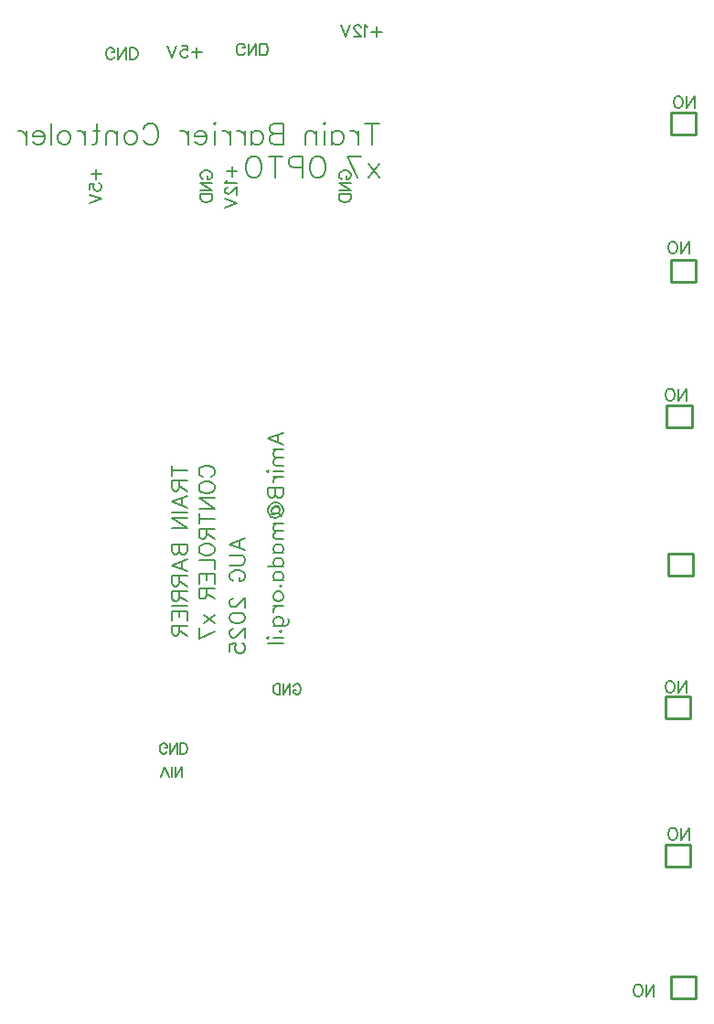
<source format=gbo>
G04 Layer: BottomSilkscreenLayer*
G04 EasyEDA v6.5.20, 2025-08-31 18:04:55*
G04 4654ec591aaf40839b9ddd4dd84afded,10*
G04 Gerber Generator version 0.2*
G04 Scale: 100 percent, Rotated: No, Reflected: No *
G04 Dimensions in millimeters *
G04 leading zeros omitted , absolute positions ,4 integer and 5 decimal *
%FSLAX45Y45*%
%MOMM*%

%ADD10C,0.2032*%
%ADD11C,0.1524*%
%ADD12C,0.2540*%

%LPD*%
D10*
X3792618Y2922981D02*
G01*
X3797162Y2932071D01*
X3806253Y2941162D01*
X3815346Y2945709D01*
X3833528Y2945709D01*
X3842618Y2941162D01*
X3851709Y2932071D01*
X3856253Y2922981D01*
X3860800Y2909346D01*
X3860800Y2886618D01*
X3856253Y2872981D01*
X3851709Y2863890D01*
X3842618Y2854799D01*
X3833528Y2850253D01*
X3815346Y2850253D01*
X3806253Y2854799D01*
X3797162Y2863890D01*
X3792618Y2872981D01*
X3792618Y2886618D01*
X3815346Y2886618D02*
G01*
X3792618Y2886618D01*
X3762618Y2945709D02*
G01*
X3762618Y2850253D01*
X3762618Y2945709D02*
G01*
X3698981Y2850253D01*
X3698981Y2945709D02*
G01*
X3698981Y2850253D01*
X3668981Y2945709D02*
G01*
X3668981Y2850253D01*
X3668981Y2945709D02*
G01*
X3637163Y2945709D01*
X3623528Y2941162D01*
X3614435Y2932071D01*
X3609891Y2922981D01*
X3605344Y2909346D01*
X3605344Y2886618D01*
X3609891Y2872981D01*
X3614435Y2863890D01*
X3623528Y2854799D01*
X3637163Y2850253D01*
X3668981Y2850253D01*
X2565400Y2083562D02*
G01*
X2601722Y2179065D01*
X2638043Y2083562D02*
G01*
X2601722Y2179065D01*
X2668015Y2083562D02*
G01*
X2668015Y2179065D01*
X2698241Y2083562D02*
G01*
X2698241Y2179065D01*
X2698241Y2083562D02*
G01*
X2761741Y2179065D01*
X2761741Y2083562D02*
G01*
X2761741Y2179065D01*
X2666771Y4917973D02*
G01*
X2809953Y4917973D01*
X2666771Y4965700D02*
G01*
X2666771Y4870246D01*
X2666771Y4825245D02*
G01*
X2809953Y4825245D01*
X2666771Y4825245D02*
G01*
X2666771Y4763881D01*
X2673588Y4743427D01*
X2680408Y4736609D01*
X2694043Y4729792D01*
X2707680Y4729792D01*
X2721317Y4736609D01*
X2728135Y4743427D01*
X2734952Y4763881D01*
X2734952Y4825245D01*
X2734952Y4777519D02*
G01*
X2809953Y4729792D01*
X2666771Y4630247D02*
G01*
X2809953Y4684791D01*
X2666771Y4630247D02*
G01*
X2809953Y4575700D01*
X2762227Y4664336D02*
G01*
X2762227Y4596155D01*
X2666771Y4530699D02*
G01*
X2809953Y4530699D01*
X2666771Y4485700D02*
G01*
X2809953Y4485700D01*
X2666771Y4485700D02*
G01*
X2809953Y4390247D01*
X2666771Y4390247D02*
G01*
X2809953Y4390247D01*
X2666771Y4240248D02*
G01*
X2809953Y4240248D01*
X2666771Y4240248D02*
G01*
X2666771Y4178884D01*
X2673588Y4158429D01*
X2680408Y4151609D01*
X2694043Y4144792D01*
X2707680Y4144792D01*
X2721317Y4151609D01*
X2728135Y4158429D01*
X2734952Y4178884D01*
X2734952Y4240248D02*
G01*
X2734952Y4178884D01*
X2741772Y4158429D01*
X2748589Y4151609D01*
X2762227Y4144792D01*
X2782681Y4144792D01*
X2796316Y4151609D01*
X2803136Y4158429D01*
X2809953Y4178884D01*
X2809953Y4240248D01*
X2666771Y4045247D02*
G01*
X2809953Y4099793D01*
X2666771Y4045247D02*
G01*
X2809953Y3990700D01*
X2762227Y4079339D02*
G01*
X2762227Y4011155D01*
X2666771Y3945702D02*
G01*
X2809953Y3945702D01*
X2666771Y3945702D02*
G01*
X2666771Y3884338D01*
X2673588Y3863883D01*
X2680408Y3857066D01*
X2694043Y3850248D01*
X2707680Y3850248D01*
X2721317Y3857066D01*
X2728135Y3863883D01*
X2734952Y3884338D01*
X2734952Y3945702D01*
X2734952Y3897975D02*
G01*
X2809953Y3850248D01*
X2666771Y3805247D02*
G01*
X2809953Y3805247D01*
X2666771Y3805247D02*
G01*
X2666771Y3743883D01*
X2673588Y3723429D01*
X2680408Y3716611D01*
X2694043Y3709794D01*
X2707680Y3709794D01*
X2721317Y3716611D01*
X2728135Y3723429D01*
X2734952Y3743883D01*
X2734952Y3805247D01*
X2734952Y3757521D02*
G01*
X2809953Y3709794D01*
X2666771Y3664793D02*
G01*
X2809953Y3664793D01*
X2666771Y3619794D02*
G01*
X2809953Y3619794D01*
X2666771Y3619794D02*
G01*
X2666771Y3531156D01*
X2734952Y3619794D02*
G01*
X2734952Y3565248D01*
X2809953Y3619794D02*
G01*
X2809953Y3531156D01*
X2666771Y3486157D02*
G01*
X2809953Y3486157D01*
X2666771Y3486157D02*
G01*
X2666771Y3424793D01*
X2673588Y3404339D01*
X2680408Y3397521D01*
X2694043Y3390701D01*
X2707680Y3390701D01*
X2721317Y3397521D01*
X2728135Y3404339D01*
X2734952Y3424793D01*
X2734952Y3486157D01*
X2734952Y3438431D02*
G01*
X2809953Y3390701D01*
X2952462Y4863426D02*
G01*
X2938825Y4870246D01*
X2925188Y4883881D01*
X2918371Y4897518D01*
X2918371Y4924790D01*
X2925188Y4938428D01*
X2938825Y4952062D01*
X2952462Y4958882D01*
X2972917Y4965700D01*
X3007006Y4965700D01*
X3027461Y4958882D01*
X3041098Y4952062D01*
X3054736Y4938428D01*
X3061553Y4924790D01*
X3061553Y4897518D01*
X3054736Y4883881D01*
X3041098Y4870246D01*
X3027461Y4863426D01*
X2918371Y4777519D02*
G01*
X2925188Y4791153D01*
X2938825Y4804790D01*
X2952462Y4811608D01*
X2972917Y4818428D01*
X3007006Y4818428D01*
X3027461Y4811608D01*
X3041098Y4804790D01*
X3054736Y4791153D01*
X3061553Y4777519D01*
X3061553Y4750247D01*
X3054736Y4736609D01*
X3041098Y4722972D01*
X3027461Y4716155D01*
X3007006Y4709337D01*
X2972917Y4709337D01*
X2952462Y4716155D01*
X2938825Y4722972D01*
X2925188Y4736609D01*
X2918371Y4750247D01*
X2918371Y4777519D01*
X2918371Y4664336D02*
G01*
X3061553Y4664336D01*
X2918371Y4664336D02*
G01*
X3061553Y4568883D01*
X2918371Y4568883D02*
G01*
X3061553Y4568883D01*
X2918371Y4476155D02*
G01*
X3061553Y4476155D01*
X2918371Y4523882D02*
G01*
X2918371Y4428429D01*
X2918371Y4383427D02*
G01*
X3061553Y4383427D01*
X2918371Y4383427D02*
G01*
X2918371Y4322063D01*
X2925188Y4301609D01*
X2932008Y4294792D01*
X2945643Y4287974D01*
X2959280Y4287974D01*
X2972917Y4294792D01*
X2979734Y4301609D01*
X2986552Y4322063D01*
X2986552Y4383427D01*
X2986552Y4335701D02*
G01*
X3061553Y4287974D01*
X2918371Y4202064D02*
G01*
X2925188Y4215701D01*
X2938825Y4229338D01*
X2952462Y4236156D01*
X2972917Y4242973D01*
X3007006Y4242973D01*
X3027461Y4236156D01*
X3041098Y4229338D01*
X3054736Y4215701D01*
X3061553Y4202064D01*
X3061553Y4174792D01*
X3054736Y4161154D01*
X3041098Y4147520D01*
X3027461Y4140700D01*
X3007006Y4133883D01*
X2972917Y4133883D01*
X2952462Y4140700D01*
X2938825Y4147520D01*
X2925188Y4161154D01*
X2918371Y4174792D01*
X2918371Y4202064D01*
X2918371Y4088884D02*
G01*
X3061553Y4088884D01*
X3061553Y4088884D02*
G01*
X3061553Y4007065D01*
X2918371Y3962064D02*
G01*
X3061553Y3962064D01*
X2918371Y3962064D02*
G01*
X2918371Y3873428D01*
X2986552Y3962064D02*
G01*
X2986552Y3907520D01*
X3061553Y3962064D02*
G01*
X3061553Y3873428D01*
X2918371Y3828430D02*
G01*
X3061553Y3828430D01*
X2918371Y3828430D02*
G01*
X2918371Y3767066D01*
X2925188Y3746611D01*
X2932008Y3739794D01*
X2945643Y3732974D01*
X2959280Y3732974D01*
X2972917Y3739794D01*
X2979734Y3746611D01*
X2986552Y3767066D01*
X2986552Y3828430D01*
X2986552Y3780701D02*
G01*
X3061553Y3732974D01*
X2966097Y3582974D02*
G01*
X3061553Y3507976D01*
X2966097Y3507976D02*
G01*
X3061553Y3582974D01*
X2918371Y3367521D02*
G01*
X3061553Y3435703D01*
X2918371Y3462975D02*
G01*
X2918371Y3367521D01*
X3557015Y5215889D02*
G01*
X3700272Y5270500D01*
X3557015Y5215889D02*
G01*
X3700272Y5161534D01*
X3652520Y5249926D02*
G01*
X3652520Y5181854D01*
X3604768Y5116321D02*
G01*
X3700272Y5116321D01*
X3631945Y5116321D02*
G01*
X3611625Y5096002D01*
X3604768Y5082286D01*
X3604768Y5061965D01*
X3611625Y5048250D01*
X3631945Y5041392D01*
X3700272Y5041392D01*
X3631945Y5041392D02*
G01*
X3611625Y5021071D01*
X3604768Y5007355D01*
X3604768Y4986781D01*
X3611625Y4973320D01*
X3631945Y4966462D01*
X3700272Y4966462D01*
X3557015Y4921504D02*
G01*
X3563874Y4914645D01*
X3557015Y4907787D01*
X3550158Y4914645D01*
X3557015Y4921504D01*
X3604768Y4914645D02*
G01*
X3700272Y4914645D01*
X3604768Y4862829D02*
G01*
X3700272Y4862829D01*
X3645661Y4862829D02*
G01*
X3625341Y4855971D01*
X3611625Y4842255D01*
X3604768Y4828794D01*
X3604768Y4808220D01*
X3557015Y4763262D02*
G01*
X3700272Y4763262D01*
X3557015Y4763262D02*
G01*
X3557015Y4701794D01*
X3563874Y4681473D01*
X3570731Y4674615D01*
X3584193Y4667757D01*
X3597909Y4667757D01*
X3611625Y4674615D01*
X3618484Y4681473D01*
X3625341Y4701794D01*
X3625341Y4763262D02*
G01*
X3625341Y4701794D01*
X3631945Y4681473D01*
X3638804Y4674615D01*
X3652520Y4667757D01*
X3672840Y4667757D01*
X3686556Y4674615D01*
X3693413Y4681473D01*
X3700272Y4701794D01*
X3700272Y4763262D01*
X3611625Y4520437D02*
G01*
X3597909Y4527295D01*
X3591052Y4541012D01*
X3591052Y4561331D01*
X3597909Y4575047D01*
X3604768Y4581905D01*
X3625341Y4588763D01*
X3645661Y4588763D01*
X3659377Y4581905D01*
X3666236Y4568189D01*
X3666236Y4547870D01*
X3659377Y4534154D01*
X3645661Y4527295D01*
X3591052Y4561331D02*
G01*
X3604768Y4575047D01*
X3625341Y4581905D01*
X3645661Y4581905D01*
X3659377Y4575047D01*
X3666236Y4568189D01*
X3591052Y4520437D02*
G01*
X3645661Y4527295D01*
X3659377Y4527295D01*
X3666236Y4513579D01*
X3666236Y4500118D01*
X3652520Y4486402D01*
X3631945Y4479544D01*
X3618484Y4479544D01*
X3597909Y4486402D01*
X3584193Y4493260D01*
X3570731Y4506976D01*
X3563874Y4520437D01*
X3557015Y4541012D01*
X3557015Y4561331D01*
X3563874Y4581905D01*
X3570731Y4595621D01*
X3584193Y4609084D01*
X3597909Y4615942D01*
X3618484Y4622800D01*
X3638804Y4622800D01*
X3659377Y4615942D01*
X3672840Y4609084D01*
X3686556Y4595621D01*
X3693413Y4581905D01*
X3700272Y4561331D01*
X3700272Y4541012D01*
X3693413Y4520437D01*
X3686556Y4506976D01*
X3679697Y4500118D01*
X3591052Y4513579D02*
G01*
X3645661Y4520437D01*
X3659377Y4520437D01*
X3666236Y4513579D01*
X3604768Y4434586D02*
G01*
X3700272Y4434586D01*
X3631945Y4434586D02*
G01*
X3611625Y4414012D01*
X3604768Y4400550D01*
X3604768Y4379976D01*
X3611625Y4366513D01*
X3631945Y4359655D01*
X3700272Y4359655D01*
X3631945Y4359655D02*
G01*
X3611625Y4339081D01*
X3604768Y4325620D01*
X3604768Y4305045D01*
X3611625Y4291329D01*
X3631945Y4284471D01*
X3700272Y4284471D01*
X3604768Y4157726D02*
G01*
X3700272Y4157726D01*
X3625341Y4157726D02*
G01*
X3611625Y4171442D01*
X3604768Y4185157D01*
X3604768Y4205478D01*
X3611625Y4219194D01*
X3625341Y4232655D01*
X3645661Y4239513D01*
X3659377Y4239513D01*
X3679697Y4232655D01*
X3693413Y4219194D01*
X3700272Y4205478D01*
X3700272Y4185157D01*
X3693413Y4171442D01*
X3679697Y4157726D01*
X3557015Y4030979D02*
G01*
X3700272Y4030979D01*
X3625341Y4030979D02*
G01*
X3611625Y4044695D01*
X3604768Y4058157D01*
X3604768Y4078731D01*
X3611625Y4092194D01*
X3625341Y4105910D01*
X3645661Y4112768D01*
X3659377Y4112768D01*
X3679697Y4105910D01*
X3693413Y4092194D01*
X3700272Y4078731D01*
X3700272Y4058157D01*
X3693413Y4044695D01*
X3679697Y4030979D01*
X3604768Y3904234D02*
G01*
X3700272Y3904234D01*
X3625341Y3904234D02*
G01*
X3611625Y3917695D01*
X3604768Y3931412D01*
X3604768Y3951986D01*
X3611625Y3965447D01*
X3625341Y3979163D01*
X3645661Y3986021D01*
X3659377Y3986021D01*
X3679697Y3979163D01*
X3693413Y3965447D01*
X3700272Y3951986D01*
X3700272Y3931412D01*
X3693413Y3917695D01*
X3679697Y3904234D01*
X3666236Y3852418D02*
G01*
X3672840Y3859021D01*
X3679697Y3852418D01*
X3672840Y3845560D01*
X3666236Y3852418D01*
X3604768Y3766312D02*
G01*
X3611625Y3780028D01*
X3625341Y3793744D01*
X3645661Y3800602D01*
X3659377Y3800602D01*
X3679697Y3793744D01*
X3693413Y3780028D01*
X3700272Y3766312D01*
X3700272Y3745992D01*
X3693413Y3732276D01*
X3679697Y3718560D01*
X3659377Y3711955D01*
X3645661Y3711955D01*
X3625341Y3718560D01*
X3611625Y3732276D01*
X3604768Y3745992D01*
X3604768Y3766312D01*
X3604768Y3666744D02*
G01*
X3700272Y3666744D01*
X3645661Y3666744D02*
G01*
X3625341Y3660139D01*
X3611625Y3646423D01*
X3604768Y3632707D01*
X3604768Y3612387D01*
X3604768Y3485387D02*
G01*
X3713734Y3485387D01*
X3734308Y3492245D01*
X3741165Y3499104D01*
X3748024Y3512820D01*
X3748024Y3533139D01*
X3741165Y3546855D01*
X3625341Y3485387D02*
G01*
X3611625Y3499104D01*
X3604768Y3512820D01*
X3604768Y3533139D01*
X3611625Y3546855D01*
X3625341Y3560571D01*
X3645661Y3567429D01*
X3659377Y3567429D01*
X3679697Y3560571D01*
X3693413Y3546855D01*
X3700272Y3533139D01*
X3700272Y3512820D01*
X3693413Y3499104D01*
X3679697Y3485387D01*
X3666236Y3433571D02*
G01*
X3672840Y3440429D01*
X3679697Y3433571D01*
X3672840Y3426968D01*
X3666236Y3433571D01*
X3557015Y3381755D02*
G01*
X3563874Y3375152D01*
X3557015Y3368294D01*
X3550158Y3375152D01*
X3557015Y3381755D01*
X3604768Y3375152D02*
G01*
X3700272Y3375152D01*
X3557015Y3323336D02*
G01*
X3700272Y3323336D01*
X3201436Y4238053D02*
G01*
X3344618Y4292600D01*
X3201436Y4238053D02*
G01*
X3344618Y4183509D01*
X3296892Y4272145D02*
G01*
X3296892Y4203964D01*
X3201436Y4138508D02*
G01*
X3303709Y4138508D01*
X3324164Y4131690D01*
X3337801Y4118053D01*
X3344618Y4097599D01*
X3344618Y4083964D01*
X3337801Y4063509D01*
X3324164Y4049872D01*
X3303709Y4043055D01*
X3201436Y4043055D01*
X3235528Y3895783D02*
G01*
X3221890Y3902600D01*
X3208253Y3916238D01*
X3201436Y3929872D01*
X3201436Y3957147D01*
X3208253Y3970781D01*
X3221890Y3984419D01*
X3235528Y3991236D01*
X3255982Y3998053D01*
X3290072Y3998053D01*
X3310526Y3991236D01*
X3324164Y3984419D01*
X3337801Y3970781D01*
X3344618Y3957147D01*
X3344618Y3929872D01*
X3337801Y3916238D01*
X3324164Y3902600D01*
X3310526Y3895783D01*
X3290072Y3895783D01*
X3290072Y3929872D02*
G01*
X3290072Y3895783D01*
X3235528Y3738963D02*
G01*
X3228708Y3738963D01*
X3215073Y3732146D01*
X3208253Y3725329D01*
X3201436Y3711691D01*
X3201436Y3684419D01*
X3208253Y3670782D01*
X3215073Y3663965D01*
X3228708Y3657147D01*
X3242345Y3657147D01*
X3255982Y3663965D01*
X3276437Y3677599D01*
X3344618Y3745783D01*
X3344618Y3650327D01*
X3201436Y3564420D02*
G01*
X3208253Y3584874D01*
X3228708Y3598509D01*
X3262800Y3605329D01*
X3283254Y3605329D01*
X3317346Y3598509D01*
X3337801Y3584874D01*
X3344618Y3564420D01*
X3344618Y3550782D01*
X3337801Y3530328D01*
X3317346Y3516693D01*
X3283254Y3509873D01*
X3262800Y3509873D01*
X3228708Y3516693D01*
X3208253Y3530328D01*
X3201436Y3550782D01*
X3201436Y3564420D01*
X3235528Y3458055D02*
G01*
X3228708Y3458055D01*
X3215073Y3451237D01*
X3208253Y3444420D01*
X3201436Y3430783D01*
X3201436Y3403511D01*
X3208253Y3389873D01*
X3215073Y3383056D01*
X3228708Y3376239D01*
X3242345Y3376239D01*
X3255982Y3383056D01*
X3276437Y3396693D01*
X3344618Y3464874D01*
X3344618Y3369419D01*
X3201436Y3242602D02*
G01*
X3201436Y3310783D01*
X3262800Y3317600D01*
X3255982Y3310783D01*
X3249162Y3290328D01*
X3249162Y3269874D01*
X3255982Y3249419D01*
X3269617Y3235784D01*
X3290072Y3228964D01*
X3303709Y3228964D01*
X3324164Y3235784D01*
X3337801Y3249419D01*
X3344618Y3269874D01*
X3344618Y3290328D01*
X3337801Y3310783D01*
X3330981Y3317600D01*
X3317346Y3324420D01*
X2620772Y2322068D02*
G01*
X2616454Y2312923D01*
X2607309Y2304034D01*
X2598165Y2299462D01*
X2579877Y2299462D01*
X2570988Y2304034D01*
X2561843Y2312923D01*
X2557272Y2322068D01*
X2552700Y2335784D01*
X2552700Y2358389D01*
X2557272Y2372105D01*
X2561843Y2381250D01*
X2570988Y2390394D01*
X2579877Y2394965D01*
X2598165Y2394965D01*
X2607309Y2390394D01*
X2616454Y2381250D01*
X2620772Y2372105D01*
X2620772Y2358389D01*
X2598165Y2358389D02*
G01*
X2620772Y2358389D01*
X2650997Y2299462D02*
G01*
X2650997Y2394965D01*
X2650997Y2299462D02*
G01*
X2714497Y2394965D01*
X2714497Y2299462D02*
G01*
X2714497Y2394965D01*
X2744470Y2299462D02*
G01*
X2744470Y2394965D01*
X2744470Y2299462D02*
G01*
X2776220Y2299462D01*
X2789936Y2304034D01*
X2799079Y2312923D01*
X2803652Y2322068D01*
X2808224Y2335784D01*
X2808224Y2358389D01*
X2803652Y2372105D01*
X2799079Y2381250D01*
X2789936Y2390394D01*
X2776220Y2394965D01*
X2744470Y2394965D01*
X4520044Y8129846D02*
G01*
X4520044Y7935884D01*
X4584700Y8129846D02*
G01*
X4455391Y8129846D01*
X4394431Y8065193D02*
G01*
X4394431Y7935884D01*
X4394431Y8009775D02*
G01*
X4385195Y8037484D01*
X4366722Y8055955D01*
X4348248Y8065193D01*
X4320540Y8065193D01*
X4148744Y8065193D02*
G01*
X4148744Y7935884D01*
X4148744Y8037484D02*
G01*
X4167215Y8055955D01*
X4185688Y8065193D01*
X4213397Y8065193D01*
X4231871Y8055955D01*
X4250344Y8037484D01*
X4259579Y8009775D01*
X4259579Y7991302D01*
X4250344Y7963593D01*
X4231871Y7945120D01*
X4213397Y7935884D01*
X4185688Y7935884D01*
X4167215Y7945120D01*
X4148744Y7963593D01*
X4087784Y8129846D02*
G01*
X4078546Y8120611D01*
X4069311Y8129846D01*
X4078546Y8139084D01*
X4087784Y8129846D01*
X4078546Y8065193D02*
G01*
X4078546Y7935884D01*
X4008351Y8065193D02*
G01*
X4008351Y7935884D01*
X4008351Y8028246D02*
G01*
X3980642Y8055955D01*
X3962168Y8065193D01*
X3934459Y8065193D01*
X3915986Y8055955D01*
X3906751Y8028246D01*
X3906751Y7935884D01*
X3703551Y8129846D02*
G01*
X3703551Y7935884D01*
X3703551Y8129846D02*
G01*
X3620424Y8129846D01*
X3592715Y8120611D01*
X3583477Y8111375D01*
X3574242Y8092902D01*
X3574242Y8074428D01*
X3583477Y8055955D01*
X3592715Y8046720D01*
X3620424Y8037484D01*
X3703551Y8037484D02*
G01*
X3620424Y8037484D01*
X3592715Y8028246D01*
X3583477Y8019011D01*
X3574242Y8000537D01*
X3574242Y7972828D01*
X3583477Y7954355D01*
X3592715Y7945120D01*
X3620424Y7935884D01*
X3703551Y7935884D01*
X3402444Y8065193D02*
G01*
X3402444Y7935884D01*
X3402444Y8037484D02*
G01*
X3420917Y8055955D01*
X3439391Y8065193D01*
X3467100Y8065193D01*
X3485573Y8055955D01*
X3504044Y8037484D01*
X3513282Y8009775D01*
X3513282Y7991302D01*
X3504044Y7963593D01*
X3485573Y7945120D01*
X3467100Y7935884D01*
X3439391Y7935884D01*
X3420917Y7945120D01*
X3402444Y7963593D01*
X3341484Y8065193D02*
G01*
X3341484Y7935884D01*
X3341484Y8009775D02*
G01*
X3332248Y8037484D01*
X3313775Y8055955D01*
X3295304Y8065193D01*
X3267595Y8065193D01*
X3206635Y8065193D02*
G01*
X3206635Y7935884D01*
X3206635Y8009775D02*
G01*
X3197397Y8037484D01*
X3178924Y8055955D01*
X3160453Y8065193D01*
X3132744Y8065193D01*
X3071784Y8129846D02*
G01*
X3062546Y8120611D01*
X3053311Y8129846D01*
X3062546Y8139084D01*
X3071784Y8129846D01*
X3062546Y8065193D02*
G01*
X3062546Y7935884D01*
X2992351Y8009775D02*
G01*
X2881515Y8009775D01*
X2881515Y8028246D01*
X2890751Y8046720D01*
X2899986Y8055955D01*
X2918459Y8065193D01*
X2946168Y8065193D01*
X2964642Y8055955D01*
X2983115Y8037484D01*
X2992351Y8009775D01*
X2992351Y7991302D01*
X2983115Y7963593D01*
X2964642Y7945120D01*
X2946168Y7935884D01*
X2918459Y7935884D01*
X2899986Y7945120D01*
X2881515Y7963593D01*
X2820555Y8065193D02*
G01*
X2820555Y7935884D01*
X2820555Y8009775D02*
G01*
X2811317Y8037484D01*
X2792844Y8055955D01*
X2774373Y8065193D01*
X2746664Y8065193D01*
X2404917Y8083664D02*
G01*
X2414155Y8102137D01*
X2432626Y8120611D01*
X2451100Y8129846D01*
X2488044Y8129846D01*
X2506517Y8120611D01*
X2524991Y8102137D01*
X2534226Y8083664D01*
X2543464Y8055955D01*
X2543464Y8009775D01*
X2534226Y7982064D01*
X2524991Y7963593D01*
X2506517Y7945120D01*
X2488044Y7935884D01*
X2451100Y7935884D01*
X2432626Y7945120D01*
X2414155Y7963593D01*
X2404917Y7982064D01*
X2297775Y8065193D02*
G01*
X2316248Y8055955D01*
X2334722Y8037484D01*
X2343957Y8009775D01*
X2343957Y7991302D01*
X2334722Y7963593D01*
X2316248Y7945120D01*
X2297775Y7935884D01*
X2270066Y7935884D01*
X2251595Y7945120D01*
X2233122Y7963593D01*
X2223884Y7991302D01*
X2223884Y8009775D01*
X2233122Y8037484D01*
X2251595Y8055955D01*
X2270066Y8065193D01*
X2297775Y8065193D01*
X2162924Y8065193D02*
G01*
X2162924Y7935884D01*
X2162924Y8028246D02*
G01*
X2135215Y8055955D01*
X2116744Y8065193D01*
X2089035Y8065193D01*
X2070562Y8055955D01*
X2061324Y8028246D01*
X2061324Y7935884D01*
X1972655Y8129846D02*
G01*
X1972655Y7972828D01*
X1963420Y7945120D01*
X1944946Y7935884D01*
X1926475Y7935884D01*
X2000364Y8065193D02*
G01*
X1935711Y8065193D01*
X1865515Y8065193D02*
G01*
X1865515Y7935884D01*
X1865515Y8009775D02*
G01*
X1856277Y8037484D01*
X1837804Y8055955D01*
X1819333Y8065193D01*
X1791624Y8065193D01*
X1684482Y8065193D02*
G01*
X1702955Y8055955D01*
X1721426Y8037484D01*
X1730664Y8009775D01*
X1730664Y7991302D01*
X1721426Y7963593D01*
X1702955Y7945120D01*
X1684482Y7935884D01*
X1656773Y7935884D01*
X1638300Y7945120D01*
X1619826Y7963593D01*
X1610591Y7991302D01*
X1610591Y8009775D01*
X1619826Y8037484D01*
X1638300Y8055955D01*
X1656773Y8065193D01*
X1684482Y8065193D01*
X1549631Y8129846D02*
G01*
X1549631Y7935884D01*
X1488671Y8009775D02*
G01*
X1377835Y8009775D01*
X1377835Y8028246D01*
X1387071Y8046720D01*
X1396306Y8055955D01*
X1414779Y8065193D01*
X1442488Y8065193D01*
X1460962Y8055955D01*
X1479435Y8037484D01*
X1488671Y8009775D01*
X1488671Y7991302D01*
X1479435Y7963593D01*
X1460962Y7945120D01*
X1442488Y7935884D01*
X1414779Y7935884D01*
X1396306Y7945120D01*
X1377835Y7963593D01*
X1316875Y8065193D02*
G01*
X1316875Y7935884D01*
X1316875Y8009775D02*
G01*
X1307637Y8037484D01*
X1289164Y8055955D01*
X1270693Y8065193D01*
X1242984Y8065193D01*
X4584700Y7760393D02*
G01*
X4483100Y7631084D01*
X4483100Y7760393D02*
G01*
X4584700Y7631084D01*
X4292831Y7825046D02*
G01*
X4385195Y7631084D01*
X4422140Y7825046D02*
G01*
X4292831Y7825046D01*
X4034213Y7825046D02*
G01*
X4052684Y7815811D01*
X4071157Y7797337D01*
X4080395Y7778864D01*
X4089631Y7751155D01*
X4089631Y7704975D01*
X4080395Y7677264D01*
X4071157Y7658793D01*
X4052684Y7640320D01*
X4034213Y7631084D01*
X3997266Y7631084D01*
X3978795Y7640320D01*
X3960322Y7658793D01*
X3951084Y7677264D01*
X3941848Y7704975D01*
X3941848Y7751155D01*
X3951084Y7778864D01*
X3960322Y7797337D01*
X3978795Y7815811D01*
X3997266Y7825046D01*
X4034213Y7825046D01*
X3880888Y7825046D02*
G01*
X3880888Y7631084D01*
X3880888Y7825046D02*
G01*
X3797762Y7825046D01*
X3770053Y7815811D01*
X3760815Y7806575D01*
X3751579Y7788102D01*
X3751579Y7760393D01*
X3760815Y7741920D01*
X3770053Y7732684D01*
X3797762Y7723446D01*
X3880888Y7723446D01*
X3625964Y7825046D02*
G01*
X3625964Y7631084D01*
X3690620Y7825046D02*
G01*
X3561311Y7825046D01*
X3444933Y7825046D02*
G01*
X3463404Y7815811D01*
X3481877Y7797337D01*
X3491115Y7778864D01*
X3500351Y7751155D01*
X3500351Y7704975D01*
X3491115Y7677264D01*
X3481877Y7658793D01*
X3463404Y7640320D01*
X3444933Y7631084D01*
X3407986Y7631084D01*
X3389515Y7640320D01*
X3371042Y7658793D01*
X3361804Y7677264D01*
X3352568Y7704975D01*
X3352568Y7751155D01*
X3361804Y7778864D01*
X3371042Y7797337D01*
X3389515Y7815811D01*
X3407986Y7825046D01*
X3444933Y7825046D01*
D11*
X1919478Y7662163D02*
G01*
X2012950Y7662163D01*
X1966213Y7708900D02*
G01*
X1966213Y7615428D01*
X1903984Y7518654D02*
G01*
X1903984Y7570723D01*
X1950720Y7575804D01*
X1945640Y7570723D01*
X1940306Y7555229D01*
X1940306Y7539481D01*
X1945640Y7523987D01*
X1955800Y7513573D01*
X1971547Y7508239D01*
X1981961Y7508239D01*
X1997456Y7513573D01*
X2007870Y7523987D01*
X2012950Y7539481D01*
X2012950Y7555229D01*
X2007870Y7570723D01*
X2002790Y7575804D01*
X1992375Y7581137D01*
X1903984Y7473950D02*
G01*
X2012950Y7432547D01*
X1903984Y7390892D02*
G01*
X2012950Y7432547D01*
X2958591Y7618221D02*
G01*
X2948177Y7623555D01*
X2937763Y7633970D01*
X2932684Y7644129D01*
X2932684Y7664958D01*
X2937763Y7675371D01*
X2948177Y7685786D01*
X2958591Y7691120D01*
X2974340Y7696200D01*
X3000247Y7696200D01*
X3015741Y7691120D01*
X3026156Y7685786D01*
X3036570Y7675371D01*
X3041650Y7664958D01*
X3041650Y7644129D01*
X3036570Y7633970D01*
X3026156Y7623555D01*
X3015741Y7618221D01*
X3000247Y7618221D01*
X3000247Y7644129D02*
G01*
X3000247Y7618221D01*
X2932684Y7583931D02*
G01*
X3041650Y7583931D01*
X2932684Y7583931D02*
G01*
X3041650Y7511287D01*
X2932684Y7511287D02*
G01*
X3041650Y7511287D01*
X2932684Y7476997D02*
G01*
X3041650Y7476997D01*
X2932684Y7476997D02*
G01*
X2932684Y7440676D01*
X2937763Y7424928D01*
X2948177Y7414513D01*
X2958591Y7409434D01*
X2974340Y7404100D01*
X3000247Y7404100D01*
X3015741Y7409434D01*
X3026156Y7414513D01*
X3036570Y7424928D01*
X3041650Y7440676D01*
X3041650Y7476997D01*
X3176777Y7687563D02*
G01*
X3270250Y7687563D01*
X3223513Y7734300D02*
G01*
X3223513Y7640828D01*
X3182111Y7606537D02*
G01*
X3176777Y7596123D01*
X3161284Y7580629D01*
X3270250Y7580629D01*
X3187191Y7541005D02*
G01*
X3182111Y7541005D01*
X3171697Y7535926D01*
X3166363Y7530592D01*
X3161284Y7520178D01*
X3161284Y7499350D01*
X3166363Y7489189D01*
X3171697Y7483855D01*
X3182111Y7478776D01*
X3192525Y7478776D01*
X3202940Y7483855D01*
X3218434Y7494270D01*
X3270250Y7546339D01*
X3270250Y7473442D01*
X3161284Y7439152D02*
G01*
X3270250Y7397750D01*
X3161284Y7356094D02*
G01*
X3270250Y7397750D01*
X4241291Y7618221D02*
G01*
X4230877Y7623555D01*
X4220463Y7633970D01*
X4215384Y7644129D01*
X4215384Y7664958D01*
X4220463Y7675371D01*
X4230877Y7685786D01*
X4241291Y7691120D01*
X4257040Y7696200D01*
X4282947Y7696200D01*
X4298441Y7691120D01*
X4308856Y7685786D01*
X4319270Y7675371D01*
X4324350Y7664958D01*
X4324350Y7644129D01*
X4319270Y7633970D01*
X4308856Y7623555D01*
X4298441Y7618221D01*
X4282947Y7618221D01*
X4282947Y7644129D02*
G01*
X4282947Y7618221D01*
X4215384Y7583931D02*
G01*
X4324350Y7583931D01*
X4215384Y7583931D02*
G01*
X4324350Y7511287D01*
X4215384Y7511287D02*
G01*
X4324350Y7511287D01*
X4215384Y7476997D02*
G01*
X4324350Y7476997D01*
X4215384Y7476997D02*
G01*
X4215384Y7440676D01*
X4220463Y7424928D01*
X4230877Y7414513D01*
X4241291Y7409434D01*
X4257040Y7404100D01*
X4282947Y7404100D01*
X4298441Y7409434D01*
X4308856Y7414513D01*
X4319270Y7424928D01*
X4324350Y7440676D01*
X4324350Y7476997D01*
X3341877Y8787892D02*
G01*
X3336543Y8777478D01*
X3326129Y8767063D01*
X3315970Y8761984D01*
X3295141Y8761984D01*
X3284727Y8767063D01*
X3274313Y8777478D01*
X3268979Y8787892D01*
X3263900Y8803639D01*
X3263900Y8829547D01*
X3268979Y8845042D01*
X3274313Y8855455D01*
X3284727Y8865870D01*
X3295141Y8870950D01*
X3315970Y8870950D01*
X3326129Y8865870D01*
X3336543Y8855455D01*
X3341877Y8845042D01*
X3341877Y8829547D01*
X3315970Y8829547D02*
G01*
X3341877Y8829547D01*
X3376168Y8761984D02*
G01*
X3376168Y8870950D01*
X3376168Y8761984D02*
G01*
X3448811Y8870950D01*
X3448811Y8761984D02*
G01*
X3448811Y8870950D01*
X3483102Y8761984D02*
G01*
X3483102Y8870950D01*
X3483102Y8761984D02*
G01*
X3519424Y8761984D01*
X3535172Y8767063D01*
X3545586Y8777478D01*
X3550665Y8787892D01*
X3556000Y8803639D01*
X3556000Y8829547D01*
X3550665Y8845042D01*
X3545586Y8855455D01*
X3535172Y8865870D01*
X3519424Y8870950D01*
X3483102Y8870950D01*
X2135377Y8749792D02*
G01*
X2130043Y8739378D01*
X2119629Y8728963D01*
X2109470Y8723884D01*
X2088641Y8723884D01*
X2078227Y8728963D01*
X2067813Y8739378D01*
X2062479Y8749792D01*
X2057400Y8765539D01*
X2057400Y8791447D01*
X2062479Y8806942D01*
X2067813Y8817355D01*
X2078227Y8827770D01*
X2088641Y8832850D01*
X2109470Y8832850D01*
X2119629Y8827770D01*
X2130043Y8817355D01*
X2135377Y8806942D01*
X2135377Y8791447D01*
X2109470Y8791447D02*
G01*
X2135377Y8791447D01*
X2169668Y8723884D02*
G01*
X2169668Y8832850D01*
X2169668Y8723884D02*
G01*
X2242311Y8832850D01*
X2242311Y8723884D02*
G01*
X2242311Y8832850D01*
X2276602Y8723884D02*
G01*
X2276602Y8832850D01*
X2276602Y8723884D02*
G01*
X2312924Y8723884D01*
X2328672Y8728963D01*
X2339086Y8739378D01*
X2344165Y8749792D01*
X2349500Y8765539D01*
X2349500Y8791447D01*
X2344165Y8806942D01*
X2339086Y8817355D01*
X2328672Y8827770D01*
X2312924Y8832850D01*
X2276602Y8832850D01*
X2899641Y8837353D02*
G01*
X2899641Y8743835D01*
X2946400Y8790594D02*
G01*
X2852882Y8790594D01*
X2756245Y8852938D02*
G01*
X2808201Y8852938D01*
X2813395Y8806179D01*
X2808201Y8811374D01*
X2792615Y8816571D01*
X2777027Y8816571D01*
X2761442Y8811374D01*
X2751051Y8800985D01*
X2745854Y8785397D01*
X2745854Y8775006D01*
X2751051Y8759421D01*
X2761442Y8749029D01*
X2777027Y8743835D01*
X2792615Y8743835D01*
X2808201Y8749029D01*
X2813395Y8754224D01*
X2818592Y8764615D01*
X2711564Y8852938D02*
G01*
X2670002Y8743835D01*
X2628437Y8852938D02*
G01*
X2670002Y8743835D01*
X4563341Y9027853D02*
G01*
X4563341Y8934335D01*
X4610100Y8981094D02*
G01*
X4516582Y8981094D01*
X4482292Y9022656D02*
G01*
X4471901Y9027853D01*
X4456315Y9043438D01*
X4456315Y8934335D01*
X4416828Y9017462D02*
G01*
X4416828Y9022656D01*
X4411634Y9033047D01*
X4406437Y9038244D01*
X4396046Y9043438D01*
X4375264Y9043438D01*
X4364875Y9038244D01*
X4359678Y9033047D01*
X4354484Y9022656D01*
X4354484Y9012265D01*
X4359678Y9001874D01*
X4370070Y8986288D01*
X4422025Y8934335D01*
X4349287Y8934335D01*
X4314997Y9043438D02*
G01*
X4273435Y8934335D01*
X4231871Y9043438D02*
G01*
X4273435Y8934335D01*
X7454900Y7036841D02*
G01*
X7454900Y6927738D01*
X7454900Y7036841D02*
G01*
X7382164Y6927738D01*
X7382164Y7036841D02*
G01*
X7382164Y6927738D01*
X7316701Y7036841D02*
G01*
X7327092Y7031647D01*
X7337483Y7021255D01*
X7342677Y7010864D01*
X7347874Y6995276D01*
X7347874Y6969300D01*
X7342677Y6953714D01*
X7337483Y6943323D01*
X7327092Y6932932D01*
X7316701Y6927738D01*
X7295918Y6927738D01*
X7285527Y6932932D01*
X7275136Y6943323D01*
X7269942Y6953714D01*
X7264745Y6969300D01*
X7264745Y6995276D01*
X7269942Y7010864D01*
X7275136Y7021255D01*
X7285527Y7031647D01*
X7295918Y7036841D01*
X7316701Y7036841D01*
X7429500Y5677943D02*
G01*
X7429500Y5568840D01*
X7429500Y5677943D02*
G01*
X7356764Y5568840D01*
X7356764Y5677943D02*
G01*
X7356764Y5568840D01*
X7291301Y5677943D02*
G01*
X7301692Y5672752D01*
X7312083Y5662355D01*
X7317277Y5651967D01*
X7322474Y5636376D01*
X7322474Y5610400D01*
X7317277Y5594817D01*
X7312083Y5584423D01*
X7301692Y5574037D01*
X7291301Y5568840D01*
X7270518Y5568840D01*
X7260127Y5574037D01*
X7249736Y5584423D01*
X7244542Y5594817D01*
X7239345Y5610400D01*
X7239345Y5636376D01*
X7244542Y5651967D01*
X7249736Y5662355D01*
X7260127Y5672752D01*
X7270518Y5677943D01*
X7291301Y5677943D01*
X7429500Y2972851D02*
G01*
X7429500Y2863748D01*
X7429500Y2972851D02*
G01*
X7356764Y2863748D01*
X7356764Y2972851D02*
G01*
X7356764Y2863748D01*
X7291301Y2972851D02*
G01*
X7301692Y2967657D01*
X7312083Y2957266D01*
X7317277Y2946874D01*
X7322474Y2931287D01*
X7322474Y2905310D01*
X7317277Y2889724D01*
X7312083Y2879333D01*
X7301692Y2868942D01*
X7291301Y2863748D01*
X7270518Y2863748D01*
X7260127Y2868942D01*
X7249736Y2879333D01*
X7244542Y2889724D01*
X7239345Y2905310D01*
X7239345Y2931287D01*
X7244542Y2946874D01*
X7249736Y2957266D01*
X7260127Y2967657D01*
X7270518Y2972851D01*
X7291301Y2972851D01*
X7454900Y1613954D02*
G01*
X7454900Y1504850D01*
X7454900Y1613954D02*
G01*
X7382164Y1504850D01*
X7382164Y1613954D02*
G01*
X7382164Y1504850D01*
X7316701Y1613954D02*
G01*
X7327092Y1608759D01*
X7337483Y1598368D01*
X7342677Y1587977D01*
X7347874Y1572389D01*
X7347874Y1546412D01*
X7342677Y1530827D01*
X7337483Y1520436D01*
X7327092Y1510045D01*
X7316701Y1504850D01*
X7295918Y1504850D01*
X7285527Y1510045D01*
X7275136Y1520436D01*
X7269942Y1530827D01*
X7264745Y1546412D01*
X7264745Y1572389D01*
X7269942Y1587977D01*
X7275136Y1598368D01*
X7285527Y1608759D01*
X7295918Y1613954D01*
X7316701Y1613954D01*
X7132449Y165267D02*
G01*
X7132449Y56164D01*
X7132449Y165267D02*
G01*
X7059714Y56164D01*
X7059714Y165267D02*
G01*
X7059714Y56164D01*
X6994250Y165267D02*
G01*
X7004641Y160073D01*
X7015032Y149682D01*
X7020227Y139291D01*
X7025424Y123703D01*
X7025424Y97726D01*
X7020227Y82141D01*
X7015032Y71749D01*
X7004641Y61358D01*
X6994250Y56164D01*
X6973468Y56164D01*
X6963077Y61358D01*
X6952686Y71749D01*
X6947491Y82141D01*
X6942294Y97726D01*
X6942294Y123703D01*
X6947491Y139291D01*
X6952686Y149682D01*
X6963077Y160073D01*
X6973468Y165267D01*
X6994250Y165267D01*
X7505700Y8383038D02*
G01*
X7505700Y8273935D01*
X7505700Y8383038D02*
G01*
X7432964Y8273935D01*
X7432964Y8383038D02*
G01*
X7432964Y8273935D01*
X7367501Y8383038D02*
G01*
X7377892Y8377844D01*
X7388283Y8367453D01*
X7393477Y8357062D01*
X7398674Y8341474D01*
X7398674Y8315497D01*
X7393477Y8299912D01*
X7388283Y8289521D01*
X7377892Y8279129D01*
X7367501Y8273935D01*
X7346718Y8273935D01*
X7336327Y8279129D01*
X7325936Y8289521D01*
X7320742Y8299912D01*
X7315545Y8315497D01*
X7315545Y8341474D01*
X7320742Y8357062D01*
X7325936Y8367453D01*
X7336327Y8377844D01*
X7346718Y8383038D01*
X7367501Y8383038D01*
D12*
X7287259Y6667500D02*
G01*
X7520940Y6667500D01*
X7520940Y6870700D01*
X7287259Y6870700D01*
X7287259Y6667500D01*
X7249159Y5321300D02*
G01*
X7482840Y5321300D01*
X7482840Y5524500D01*
X7249159Y5524500D01*
X7249159Y5321300D01*
X7261859Y3949700D02*
G01*
X7495540Y3949700D01*
X7495540Y4152900D01*
X7261859Y4152900D01*
X7261859Y3949700D01*
X7236459Y2628900D02*
G01*
X7470140Y2628900D01*
X7470140Y2832100D01*
X7236459Y2832100D01*
X7236459Y2628900D01*
X7236459Y1257300D02*
G01*
X7470140Y1257300D01*
X7470140Y1460500D01*
X7236459Y1460500D01*
X7236459Y1257300D01*
X7287259Y38100D02*
G01*
X7520940Y38100D01*
X7520940Y241300D01*
X7287259Y241300D01*
X7287259Y38100D01*
X7287259Y8026400D02*
G01*
X7520940Y8026400D01*
X7520940Y8229600D01*
X7287259Y8229600D01*
X7287259Y8026400D01*
M02*

</source>
